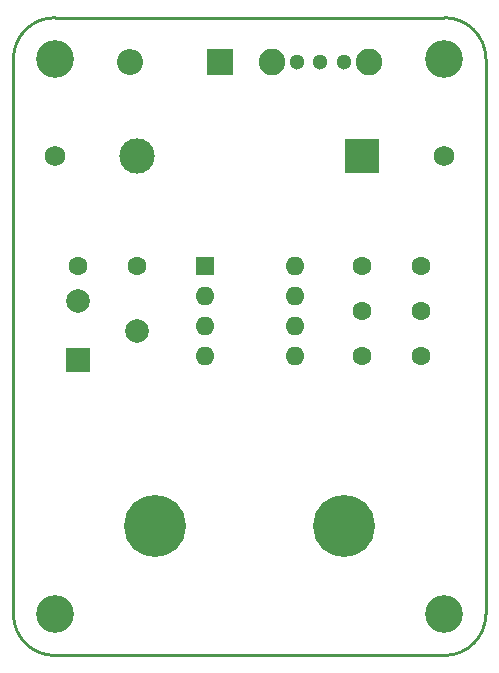
<source format=gbr>
G04 #@! TF.GenerationSoftware,KiCad,Pcbnew,(5.1.8)-1*
G04 #@! TF.CreationDate,2021-01-06T21:59:08-05:00*
G04 #@! TF.ProjectId,Square Wave Generator,53717561-7265-4205-9761-76652047656e,rev?*
G04 #@! TF.SameCoordinates,Original*
G04 #@! TF.FileFunction,Soldermask,Top*
G04 #@! TF.FilePolarity,Negative*
%FSLAX46Y46*%
G04 Gerber Fmt 4.6, Leading zero omitted, Abs format (unit mm)*
G04 Created by KiCad (PCBNEW (5.1.8)-1) date 2021-01-06 21:59:08*
%MOMM*%
%LPD*%
G01*
G04 APERTURE LIST*
G04 #@! TA.AperFunction,Profile*
%ADD10C,0.254000*%
G04 #@! TD*
%ADD11R,2.000000X2.000000*%
%ADD12C,2.000000*%
%ADD13C,1.600000*%
%ADD14C,3.200000*%
%ADD15O,1.600000X1.600000*%
%ADD16R,1.600000X1.600000*%
%ADD17C,1.750000*%
%ADD18R,3.000000X3.000000*%
%ADD19C,3.000000*%
%ADD20C,1.300000*%
%ADD21C,2.250000*%
%ADD22C,5.250000*%
%ADD23O,2.200000X2.200000*%
%ADD24R,2.200000X2.200000*%
G04 APERTURE END LIST*
D10*
X120000000Y-123500000D02*
G75*
G02*
X116500000Y-127000000I-3500000J0D01*
G01*
X83500000Y-127000000D02*
G75*
G02*
X80000000Y-123500000I0J3500000D01*
G01*
X116500000Y-73000000D02*
G75*
G02*
X120000000Y-76500000I0J-3500000D01*
G01*
X80000000Y-76500000D02*
G75*
G02*
X83500000Y-73000000I3500000J0D01*
G01*
X83500000Y-127000000D02*
X116500000Y-127000000D01*
X120000000Y-76500000D02*
X120000000Y-123500000D01*
X83500000Y-73000000D02*
X116500000Y-73000000D01*
X80000000Y-76500000D02*
X80000000Y-123500000D01*
D11*
X85500000Y-102000000D03*
D12*
X85500000Y-97000000D03*
X90500000Y-99500000D03*
D13*
X114500000Y-97810000D03*
X109500000Y-97810000D03*
D14*
X116500000Y-76500000D03*
X116500000Y-123500000D03*
X83500000Y-76500000D03*
X83500000Y-123500000D03*
D15*
X103810000Y-94000000D03*
X96190000Y-101620000D03*
X103810000Y-96540000D03*
X96190000Y-99080000D03*
X103810000Y-99080000D03*
X96190000Y-96540000D03*
X103810000Y-101620000D03*
D16*
X96190000Y-94000000D03*
D17*
X116500000Y-84750000D03*
D18*
X109500000Y-84750000D03*
D17*
X83500000Y-84750000D03*
D19*
X90500000Y-84750000D03*
D20*
X106000000Y-76750000D03*
D21*
X101900000Y-76750000D03*
X110100000Y-76750000D03*
D20*
X108000000Y-76750000D03*
X104000000Y-76750000D03*
D22*
X108000000Y-116000000D03*
X92000000Y-116000000D03*
D23*
X89880000Y-76750000D03*
D24*
X97500000Y-76750000D03*
D13*
X85500000Y-94000000D03*
X90500000Y-94000000D03*
X114500000Y-101620000D03*
X109500000Y-101620000D03*
X114500000Y-94000000D03*
X109500000Y-94000000D03*
M02*

</source>
